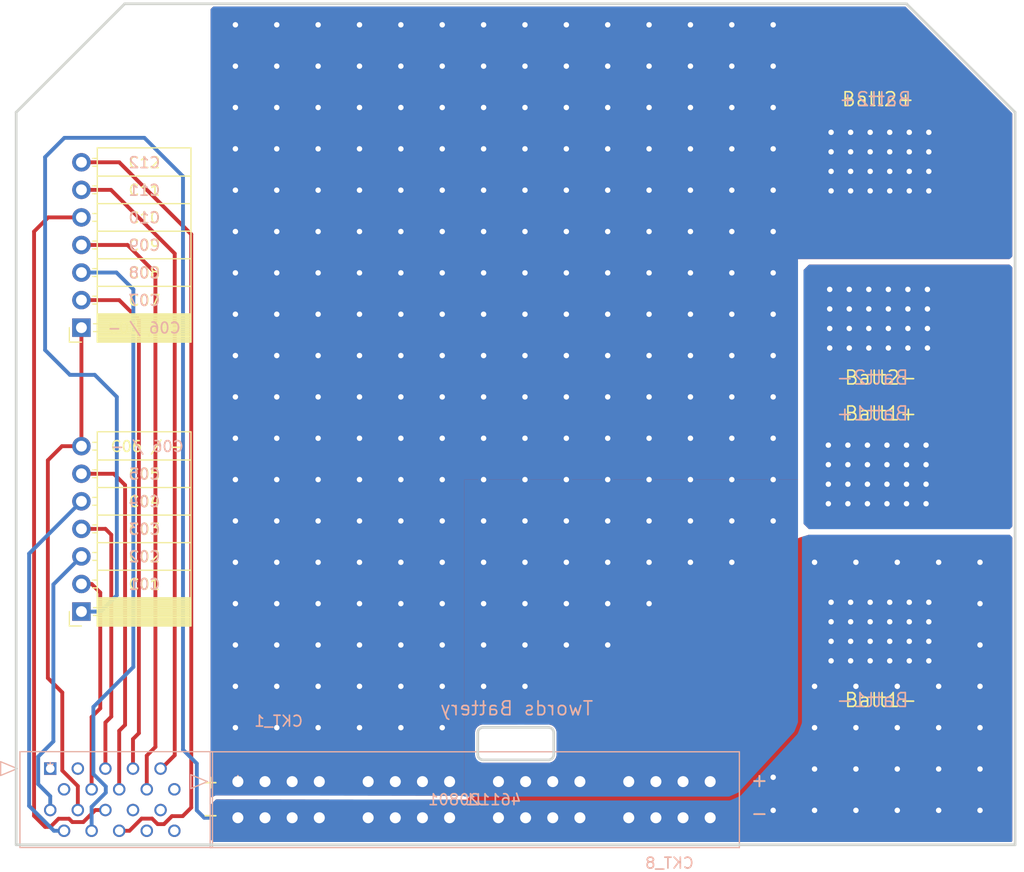
<source format=kicad_pcb>
(kicad_pcb (version 20211014) (generator pcbnew)
  (layers (0 "F.Cu" signal) (31 "B.Cu" signal) (34 "B.Paste" user) (35 "F.Paste" user) (36 "B.SilkS" user "B.Silkscreen") (37 "F.SilkS" user "F.Silkscreen") (38 "B.Mask" user) (39 "F.Mask" user) (44 "Edge.Cuts" user))
  (net 0 "")
  (net 9 "GND")
  (net 10 "/Batt+")
  (net 11 "/C_12")
  (net 12 "/C_10")
  (net 13 "/C_8")
  (net 14 "/Batt2-")
  (net 15 "/C_4")
  (net 16 "/C_2")
  (net 17 "/C_11")
  (net 18 "/C_9")
  (net 19 "/C_7")
  (net 20 "/C_5")
  (net 21 "/C_3")
  (net 22 "/C_1")
  (footprint "Connector_PinSocket_2.54mm:PinSocket_1x07_P2.54mm_Horizontal" (layer "F.Cu") (at 112.311646 109.1898 180)
    (fp_text reference "J8" hide)
    (fp_text value "Conn_01x07_Female" hide)
  )
  (footprint "Connector_PinSocket_2.54mm:PinSocket_1x07_P2.54mm_Horizontal" (layer "F.Cu") (at 112.311646 83.0278 180)
    (fp_text reference "J7" hide)
    (fp_text value "Conn_01x07_Female" hide)
  )
  (footprint "AERPAW:461130201" (layer "B.Cu") (at 109.440104 123.659941 180)
    (fp_text reference "J2" hide)
    (fp_text value "461130201" hide)
  )
  (footprint "AERPAW:8x12 Wire landing" (layer "B.Cu") (at 185.836554 111.006 180)
    (fp_text reference "J6" hide)
    (fp_text value "Conn_01x01_Male")
  )
  (footprint "AERPAW:461120801" (layer "B.Cu") (at 126.72 124.86 180)
    (fp_text reference "J1")
    (fp_text value "461120801")
  )
  (footprint "AERPAW:8x12 Wire landing" (layer "B.Cu") (at 185.836554 82.139333 180)
    (fp_text reference "J5" hide)
    (fp_text value "Conn_01x01_Male")
  )
  (footprint "AERPAW:8x12 Wire landing" (layer "B.Cu") (at 185.836554 67.706 180)
    (fp_text reference "J3" hide)
    (fp_text value "Conn_01x01_Male")
  )
  (footprint "AERPAW:8x12 Wire landing" (layer "B.Cu") (at 185.836554 96.572666 180)
    (fp_text reference "J4" hide)
    (fp_text value "Conn_01x01_Male")
  )
  (gr_line locked (start 148.815323 120.360434) (end 148.815323 122.360434) (layer "Edge.Cuts") (width 0.25))
  (gr_line locked (start 149.315323 122.860434) (end 155.315323 122.860434) (layer "Edge.Cuts") (width 0.25))
  (gr_arc locked (start 155.815323 122.360434) (mid 155.668877 122.713988) (end 155.315323 122.860434) (layer "Edge.Cuts") (width 0.25))
  (gr_line locked (start 188.3 53.180434) (end 116.3 53.180434) (layer "Edge.Cuts") (width 0.25))
  (gr_line locked (start 106.3 63.180434) (end 106.3 130.680434) (layer "Edge.Cuts") (width 0.25))
  (gr_line locked (start 155.815323 122.360434) (end 155.815323 120.360434) (layer "Edge.Cuts") (width 0.25))
  (gr_line locked (start 198.3 130.680434) (end 198.3 63.180434) (layer "Edge.Cuts") (width 0.25))
  (gr_arc locked (start 148.815323 120.360434) (mid 148.96177 120.006881) (end 149.315323 119.860434) (layer "Edge.Cuts") (width 0.25))
  (gr_line locked (start 198.3 63.180434) (end 188.3 53.180434) (layer "Edge.Cuts") (width 0.25))
  (gr_arc locked (start 155.315323 119.860434) (mid 155.668874 120.006882) (end 155.815323 120.360434) (layer "Edge.Cuts") (width 0.25))
  (gr_line locked (start 106.3 130.680434) (end 198.3 130.680434) (layer "Edge.Cuts") (width 0.25))
  (gr_line locked (start 155.315323 119.860434) (end 149.315323 119.860434) (layer "Edge.Cuts") (width 0.25))
  (gr_arc locked (start 149.315323 122.860434) (mid 148.96177 122.713987) (end 148.815323 122.360434) (layer "Edge.Cuts") (width 0.25))
  (gr_line locked (start 116.3 53.180434) (end 106.3 63.180434) (layer "Edge.Cuts") (width 0.25))
  (gr_text "C01" (at 118.11 106.68) (layer "B.SilkS") (effects (font (size 1 1)) (justify mirror)))
  (gr_text "Batt1+" (at 185.166 90.932) (layer "B.SilkS") (effects (font (size 1.27 1.27) (thickness 0.1524)) (justify mirror)))
  (gr_text "-" (at 174.752 127.762) (layer "B.SilkS") (effects (font (size 1.27 1.27) (thickness 0.1524)) (justify mirror)))
  (gr_text "C09" (at 118.11 75.438) (layer "B.SilkS") (effects (font (size 1 1)) (justify mirror)))
  (gr_text "C05" (at 118.11 96.52) (layer "B.SilkS") (effects (font (size 1 1)) (justify mirror)))
  (gr_text "C03" (at 118.11 101.6) (layer "B.SilkS") (effects (font (size 1 1)) (justify mirror)))
  (gr_text "C04" (at 118.11 99.06) (layer "B.SilkS") (effects (font (size 1 1)) (justify mirror)))
  (gr_text "+" (at 174.752 124.714) (layer "B.SilkS") (effects (font (size 1.27 1.27) (thickness 0.1524)) (justify mirror)))
  (gr_text "Twords Battery" (at 152.4 118.11) (layer "B.SilkS") (effects (font (size 1.27 1.27) (thickness 0.1524)) (justify mirror)))
  (gr_text "C11" (at 118.11 70.358) (layer "B.SilkS") (effects (font (size 1 1)) (justify mirror)))
  (gr_text "C07" (at 118.11 80.518) (layer "B.SilkS") (effects (font (size 1 1)) (justify mirror)))
  (gr_text "Batt2+" (at 185.42 61.976) (layer "B.SilkS") (effects (font (size 1.27 1.27) (thickness 0.1524)) (justify mirror)))
  (gr_text "Batt2-" (at 185.166 87.63) (layer "B.SilkS") (effects (font (size 1.27 1.27) (thickness 0.1524)) (justify mirror)))
  (gr_text "C06 / -" (at 118.364 93.98) (layer "B.SilkS") (effects (font (size 1 1)) (justify mirror)))
  (gr_text "C02" (at 118.11 104.14) (layer "B.SilkS") (effects (font (size 1 1)) (justify mirror)))
  (gr_text "C08" (at 118.11 77.978) (layer "B.SilkS") (effects (font (size 1 1)) (justify mirror)))
  (gr_text "Batt1-" (at 185.166 117.348) (layer "B.SilkS") (effects (font (size 1.27 1.27) (thickness 0.1524)) (justify mirror)))
  (gr_text "C12" (at 118.11 67.818) (layer "B.SilkS") (effects (font (size 1 1)) (justify mirror)))
  (gr_text "C10" (at 118.11 72.898) (layer "B.SilkS") (effects (font (size 1 1)) (justify mirror)))
  (gr_text "C06 / -" (at 118.086646 83.05685) (layer "B.SilkS") (effects (font (size 1 1)) (justify mirror)))
  (gr_text "C09" (at 118.11 75.438) (layer "F.SilkS") (effects (font (size 1 1))))
  (gr_text "-" (at 174.752 127.762) (layer "F.SilkS") (effects (font (size 1.27 1.27) (thickness 0.1524))))
  (gr_text "Batt1+" (at 185.928 90.932) (layer "F.SilkS") (effects (font (size 1.27 1.27) (thickness 0.1524))))
  (gr_text "Batt1-" (at 185.928 117.348) (layer "F.SilkS") (effects (font (size 1.27 1.27) (thickness 0.1524))))
  (gr_text "C07" (at 118.11 80.518) (layer "F.SilkS") (effects (font (size 1 1))))
  (gr_text "C10" (at 118.11 72.898) (layer "F.SilkS") (effects (font (size 1 1))))
  (gr_text "C03" (at 118.11 101.6) (layer "F.SilkS") (effects (font (size 1 1))))
  (gr_text "C12" (at 118.11 67.818) (layer "F.SilkS") (effects (font (size 1 1))))
  (gr_text "-" (at 124.206 127.908) (layer "F.SilkS") (effects (font (size 1.27 1.27) (thickness 0.1524))))
  (gr_text "Batt2+" (at 185.674 61.976) (layer "F.SilkS") (effects (font (size 1.27 1.27) (thickness 0.1524))))
  (gr_text "C05" (at 118.11 96.52) (layer "F.SilkS") (effects (font (size 1 1))))
  (gr_text "+" (at 124.206 124.86) (layer "F.SilkS") (effects (font (size 1.27 1.27) (thickness 0.1524))))
  (gr_text "C01" (at 118.11 106.68) (layer "F.SilkS") (effects (font (size 1 1))))
  (gr_text "C02" (at 118.11 104.14) (layer "F.SilkS") (effects (font (size 1 1))))
  (gr_text "+" (at 174.752 124.714) (layer "F.SilkS") (effects (font (size 1.27 1.27) (thickness 0.1524))))
  (gr_text "C11" (at 118.11 70.358) (layer "F.SilkS") (effects (font (size 1 1))))
  (gr_text "C06 / -" (at 118.364 93.98) (layer "F.SilkS") (effects (font (size 1 1))))
  (gr_text "C04" (at 118.11 99.06) (layer "F.SilkS") (effects (font (size 1 1))))
  (gr_text "C06 / -" (at 118.11 83.058) (layer "F.SilkS") (effects (font (size 1 1))))
  (gr_text "C08" (at 118.11 77.978) (layer "F.SilkS") (effects (font (size 1 1))))
  (gr_text "Batt2-" (at 185.928 87.63) (layer "F.SilkS") (effects (font (size 1.27 1.27) (thickness 0.1524))))
  (via (at 183.156 108.331) (size 1) (drill 0.5) (layers "F.Cu" "B.Cu") (net 9))
  (via (at 190.356 108.331) (size 1) (drill 0.5) (layers "F.Cu" "B.Cu") (net 9))
  (via (at 183.642 116.078) (size 1) (drill 0.5) (layers "F.Cu" "B.Cu") (net 9))
  (via (at 195.072 104.648) (size 1) (drill 0.5) (layers "F.Cu" "B.Cu") (net 9))
  (via (at 191.262 119.888) (size 1) (drill 0.5) (layers "F.Cu" "B.Cu") (net 9))
  (via (at 179.832 104.648) (size 1) (drill 0.5) (layers "F.Cu" "B.Cu") (net 9))
  (via (at 183.156 113.731) (size 1) (drill 0.5) (layers "F.Cu" "B.Cu") (net 9))
  (via (at 181.356 113.731) (size 1) (drill 0.5) (layers "F.Cu" "B.Cu") (net 9))
  (via (at 191.262 123.698) (size 1) (drill 0.5) (layers "F.Cu" "B.Cu") (net 9))
  (via (at 187.452 119.888) (size 1) (drill 0.5) (layers "F.Cu" "B.Cu") (net 9))
  (via (at 176.022 127.508) (size 1) (drill 0.5) (layers "F.Cu" "B.Cu") (net 9))
  (via (at 187.452 104.648) (size 1) (drill 0.5) (layers "F.Cu" "B.Cu") (net 9))
  (via (at 181.356 111.931) (size 1) (drill 0.5) (layers "F.Cu" "B.Cu") (net 9))
  (via (at 195.072 123.698) (size 1) (drill 0.5) (layers "F.Cu" "B.Cu") (net 9))
  (via (at 195.072 116.078) (size 1) (drill 0.5) (layers "F.Cu" "B.Cu") (net 9))
  (via (at 183.642 119.888) (size 1) (drill 0.5) (layers "F.Cu" "B.Cu") (net 9))
  (via (at 183.642 127.508) (size 1) (drill 0.5) (layers "F.Cu" "B.Cu") (net 9))
  (via (at 184.956 113.731) (size 1) (drill 0.5) (layers "F.Cu" "B.Cu") (net 9))
  (via (at 188.556 110.131) (size 1) (drill 0.5) (layers "F.Cu" "B.Cu") (net 9))
  (via (at 179.832 116.078) (size 1) (drill 0.5) (layers "F.Cu" "B.Cu") (net 9))
  (via (at 184.956 111.931) (size 1) (drill 0.5) (layers "F.Cu" "B.Cu") (net 9))
  (via (at 184.956 110.131) (size 1) (drill 0.5) (layers "F.Cu" "B.Cu") (net 9))
  (via (at 183.156 111.931) (size 1) (drill 0.5) (layers "F.Cu" "B.Cu") (net 9))
  (via (at 181.356 110.131) (size 1) (drill 0.5) (layers "F.Cu" "B.Cu") (net 9))
  (via (at 187.452 123.698) (size 1) (drill 0.5) (layers "F.Cu" "B.Cu") (net 9))
  (via (at 179.832 119.888) (size 1) (drill 0.5) (layers "F.Cu" "B.Cu") (net 9))
  (via (at 186.756 111.931) (size 1) (drill 0.5) (layers "F.Cu" "B.Cu") (net 9))
  (via (at 195.072 119.888) (size 1) (drill 0.5) (layers "F.Cu" "B.Cu") (net 9))
  (via (at 187.452 127.508) (size 1) (drill 0.5) (layers "F.Cu" "B.Cu") (net 9))
  (via (at 195.072 108.458) (size 1) (drill 0.5) (layers "F.Cu" "B.Cu") (net 9))
  (via (at 190.356 110.131) (size 1) (drill 0.5) (layers "F.Cu" "B.Cu") (net 9))
  (via (at 188.556 113.731) (size 1) (drill 0.5) (layers "F.Cu" "B.Cu") (net 9))
  (via (at 183.642 123.698) (size 1) (drill 0.5) (layers "F.Cu" "B.Cu") (net 9))
  (via (at 176.022 124.46) (size 1) (drill 0.5) (layers "F.Cu" "B.Cu") (net 9))
  (via (at 179.832 127.508) (size 1) (drill 0.5) (layers "F.Cu" "B.Cu") (net 9))
  (via (at 181.356 108.331) (size 1) (drill 0.5) (layers "F.Cu" "B.Cu") (net 9))
  (via (at 186.756 108.331) (size 1) (drill 0.5) (layers "F.Cu" "B.Cu") (net 9))
  (via (at 186.756 113.731) (size 1) (drill 0.5) (layers "F.Cu" "B.Cu") (net 9))
  (via (at 188.556 108.331) (size 1) (drill 0.5) (layers "F.Cu" "B.Cu") (net 9))
  (via (at 187.452 116.078) (size 1) (drill 0.5) (layers "F.Cu" "B.Cu") (net 9))
  (via (at 195.072 127.508) (size 1) (drill 0.5) (layers "F.Cu" "B.Cu") (net 9))
  (via (at 191.262 127.508) (size 1) (drill 0.5) (layers "F.Cu" "B.Cu") (net 9))
  (via (at 188.556 111.931) (size 1) (drill 0.5) (layers "F.Cu" "B.Cu") (net 9))
  (via (at 195.072 112.268) (size 1) (drill 0.5) (layers "F.Cu" "B.Cu") (net 9))
  (via (at 186.756 110.131) (size 1) (drill 0.5) (layers "F.Cu" "B.Cu") (net 9))
  (via (at 183.642 104.648) (size 1) (drill 0.5) (layers "F.Cu" "B.Cu") (net 9))
  (via (at 191.262 116.078) (size 1) (drill 0.5) (layers "F.Cu" "B.Cu") (net 9))
  (via (at 179.832 123.698) (size 1) (drill 0.5) (layers "F.Cu" "B.Cu") (net 9))
  (via (at 190.356 113.731) (size 1) (drill 0.5) (layers "F.Cu" "B.Cu") (net 9))
  (via (at 191.262 104.648) (size 1) (drill 0.5) (layers "F.Cu" "B.Cu") (net 9))
  (via (at 184.956 108.331) (size 1) (drill 0.5) (layers "F.Cu" "B.Cu") (net 9))
  (via (at 190.356 111.931) (size 1) (drill 0.5) (layers "F.Cu" "B.Cu") (net 9))
  (via (at 183.156 110.131) (size 1) (drill 0.5) (layers "F.Cu" "B.Cu") (net 9))
  (segment (start 121.666 69.088) (end 121.666 121.92) (width 0.3556) (layer "B.Cu") (net 9))
  (segment (start 115.57 89.408) (end 113.538 87.376) (width 0.3556) (layer "B.Cu") (net 9))
  (segment (start 110.744 65.532) (end 118.11 65.532) (width 0.3556) (layer "B.Cu") (net 9))
  (segment (start 122.936 123.19) (end 122.936 127.508) (width 0.3556) (layer "B.Cu") (net 9))
  (segment (start 123.617991 128.189991) (end 126.72 128.189991) (width 0.3556) (layer "B.Cu") (net 9))
  (segment (start 108.966 85.09) (end 108.966 67.31) (width 0.3556) (layer "B.Cu") (net 9))
  (segment (start 122.936 127.508) (end 123.617991 128.189991) (width 0.3556) (layer "B.Cu") (net 9))
  (segment (start 113.538 87.376) (end 111.252 87.376) (width 0.3556) (layer "B.Cu") (net 9))
  (segment (start 112.311646 109.1898) (end 114.0762 109.1898) (width 0.3556) (layer "B.Cu") (net 9))
  (segment (start 111.252 87.376) (end 108.966 85.09) (width 0.3556) (layer "B.Cu") (net 9))
  (segment (start 118.11 65.532) (end 121.666 69.088) (width 0.3556) (layer "B.Cu") (net 9))
  (segment (start 115.57 107.696) (end 115.57 89.408) (width 0.3556) (layer "B.Cu") (net 9))
  (segment (start 121.666 121.92) (end 122.936 123.19) (width 0.3556) (layer "B.Cu") (net 9))
  (segment (start 114.0762 109.1898) (end 115.57 107.696) (width 0.3556) (layer "B.Cu") (net 9))
  (segment (start 108.966 67.31) (end 110.744 65.532) (width 0.3556) (layer "B.Cu") (net 9))
  (via (at 145.542 55.118) (size 1) (drill 0.5) (layers "F.Cu" "B.Cu") (net 10))
  (via (at 164.592 77.978) (size 1) (drill 0.5) (layers "F.Cu" "B.Cu") (net 10))
  (via (at 149.352 55.118) (size 1) (drill 0.5) (layers "F.Cu" "B.Cu") (net 10))
  (via (at 126.492 81.788) (size 1) (drill 0.5) (layers "F.Cu" "B.Cu") (net 10))
  (via (at 145.542 85.598) (size 1) (drill 0.5) (layers "F.Cu" "B.Cu") (net 10))
  (via (at 164.592 70.358) (size 1) (drill 0.5) (layers "F.Cu" "B.Cu") (net 10))
  (via (at 137.922 104.648) (size 1) (drill 0.5) (layers "F.Cu" "B.Cu") (net 10))
  (via (at 137.922 58.928) (size 1) (drill 0.5) (layers "F.Cu" "B.Cu") (net 10))
  (via (at 153.162 108.458) (size 1) (drill 0.5) (layers "F.Cu" "B.Cu") (net 10))
  (via (at 149.352 77.978) (size 1) (drill 0.5) (layers "F.Cu" "B.Cu") (net 10))
  (via (at 186.756 65.024) (size 1) (drill 0.5) (layers "F.Cu" "B.Cu") (net 10))
  (via (at 149.352 85.598) (size 1) (drill 0.5) (layers "F.Cu" "B.Cu") (net 10))
  (via (at 126.492 85.598) (size 1) (drill 0.5) (layers "F.Cu" "B.Cu") (net 10))
  (via (at 126.492 97.028) (size 1) (drill 0.5) (layers "F.Cu" "B.Cu") (net 10))
  (via (at 156.972 66.548) (size 1) (drill 0.5) (layers "F.Cu" "B.Cu") (net 10))
  (via (at 186.756 66.824) (size 1) (drill 0.5) (layers "F.Cu" "B.Cu") (net 10))
  (via (at 160.782 66.548) (size 1) (drill 0.5) (layers "F.Cu" "B.Cu") (net 10))
  (via (at 149.352 66.548) (size 1) (drill 0.5) (layers "F.Cu" "B.Cu") (net 10))
  (via (at 183.156 66.824) (size 1) (drill 0.5) (layers "F.Cu" "B.Cu") (net 10))
  (via (at 145.542 97.028) (size 1) (drill 0.5) (layers "F.Cu" "B.Cu") (net 10))
  (via (at 153.162 97.028) (size 1) (drill 0.5) (layers "F.Cu" "B.Cu") (net 10))
  (via (at 137.922 119.888) (size 1) (drill 0.5) (layers "F.Cu" "B.Cu") (net 10))
  (via (at 134.112 119.888) (size 1) (drill 0.5) (layers "F.Cu" "B.Cu") (net 10))
  (via (at 130.302 93.218) (size 1) (drill 0.5) (layers "F.Cu" "B.Cu") (net 10))
  (via (at 190.356 66.824) (size 1) (drill 0.5) (layers "F.Cu" "B.Cu") (net 10))
  (via (at 130.302 104.648) (size 1) (drill 0.5) (layers "F.Cu" "B.Cu") (net 10))
  (via (at 156.972 89.408) (size 1) (drill 0.5) (layers "F.Cu" "B.Cu") (net 10))
  (via (at 141.732 58.928) (size 1) (drill 0.5) (layers "F.Cu" "B.Cu") (net 10))
  (via (at 176.022 77.978) (size 1) (drill 0.5) (layers "F.Cu" "B.Cu") (net 10))
  (via (at 156.972 81.788) (size 1) (drill 0.5) (layers "F.Cu" "B.Cu") (net 10))
  (via (at 153.162 100.838) (size 1) (drill 0.5) (layers "F.Cu" "B.Cu") (net 10))
  (via (at 141.732 89.408) (size 1) (drill 0.5) (layers "F.Cu" "B.Cu") (net 10))
  (via (at 134.112 70.358) (size 1) (drill 0.5) (layers "F.Cu" "B.Cu") (net 10))
  (via (at 134.112 89.408) (size 1) (drill 0.5) (layers "F.Cu" "B.Cu") (net 10))
  (via (at 134.112 112.268) (size 1) (drill 0.5) (layers "F.Cu" "B.Cu") (net 10))
  (via (at 130.302 74.168) (size 1) (drill 0.5) (layers "F.Cu" "B.Cu") (net 10))
  (via (at 183.156 65.024) (size 1) (drill 0.5) (layers "F.Cu" "B.Cu") (net 10))
  (via (at 181.356 65.024) (size 1) (drill 0.5) (layers "F.Cu" "B.Cu") (net 10))
  (via (at 141.732 66.548) (size 1) (drill 0.5) (layers "F.Cu" "B.Cu") (net 10))
  (via (at 168.402 89.408) (size 1) (drill 0.5) (layers "F.Cu" "B.Cu") (net 10))
  (via (at 176.022 100.838) (size 1) (drill 0.5) (layers "F.Cu" "B.Cu") (net 10))
  (via (at 172.212 104.648) (size 1) (drill 0.5) (layers "F.Cu" "B.Cu") (net 10))
  (via (at 134.112 108.458) (size 1) (drill 0.5) (layers "F.Cu" "B.Cu") (net 10))
  (via (at 130.302 116.078) (size 1) (drill 0.5) (layers "F.Cu" "B.Cu") (net 10))
  (via (at 153.162 89.408) (size 1) (drill 0.5) (layers "F.Cu" "B.Cu") (net 10))
  (via (at 145.542 66.548) (size 1) (drill 0.5) (layers "F.Cu" "B.Cu") (net 10))
  (via (at 141.732 104.648) (size 1) (drill 0.5) (layers "F.Cu" "B.Cu") (net 10))
  (via (at 145.542 93.218) (size 1) (drill 0.5) (layers "F.Cu" "B.Cu") (net 10))
  (via (at 134.112 81.788) (size 1) (drill 0.5) (layers "F.Cu" "B.Cu") (net 10))
  (via (at 126.492 62.738) (size 1) (drill 0.5) (layers "F.Cu" "B.Cu") (net 10))
  (via (at 149.352 116.078) (size 1) (drill 0.5) (layers "F.Cu" "B.Cu") (net 10))
  (via (at 134.112 85.598) (size 1) (drill 0.5) (layers "F.Cu" "B.Cu") (net 10))
  (via (at 181.356 70.424) (size 1) (drill 0.5) (layers "F.Cu" "B.Cu") (net 10))
  (via (at 141.732 97.028) (size 1) (drill 0.5) (layers "F.Cu" "B.Cu") (net 10))
  (via (at 145.542 112.268) (size 1) (drill 0.5) (layers "F.Cu" "B.Cu") (net 10))
  (via (at 186.756 68.624) (size 1) (drill 0.5) (layers "F.Cu" "B.Cu") (net 10))
  (via (at 137.922 97.028) (size 1) (drill 0.5) (layers "F.Cu" "B.Cu") (net 10))
  (via (at 160.782 55.118) (size 1) (drill 0.5) (layers "F.Cu" "B.Cu") (net 10))
  (via (at 160.782 85.598) (size 1) (drill 0.5) (layers "F.Cu" "B.Cu") (net 10))
  (via (at 156.972 58.928) (size 1) (drill 0.5) (layers "F.Cu" "B.Cu") (net 10))
  (via (at 172.212 66.548) (size 1) (drill 0.5) (layers "F.Cu" "B.Cu") (net 10))
  (via (at 153.162 116.078) (size 1) (drill 0.5) (layers "F.Cu" "B.Cu") (net 10))
  (via (at 164.592 97.028) (size 1) (drill 0.5) (layers "F.Cu" "B.Cu") (net 10))
  (via (at 184.956 70.424) (size 1) (drill 0.5) (layers "F.Cu" "B.Cu") (net 10))
  (via (at 130.302 97.028) (size 1) (drill 0.5) (layers "F.Cu" "B.Cu") (net 10))
  (via (at 149.352 112.268) (size 1) (drill 0.5) (layers "F.Cu" "B.Cu") (net 10))
  (via (at 168.402 77.978) (size 1) (drill 0.5) (layers "F.Cu" "B.Cu") (net 10))
  (via (at 160.782 108.458) (size 1) (drill 0.5) (layers "F.Cu" "B.Cu") (net 10))
  (via (at 160.782 74.168) (size 1) (drill 0.5) (layers "F.Cu" "B.Cu") (net 10))
  (via (at 145.542 116.078) (size 1) (drill 0.5) (layers "F.Cu" "B.Cu") (net 10))
  (via (at 176.022 97.028) (size 1) (drill 0.5) (layers "F.Cu" "B.Cu") (net 10))
  (via (at 145.542 108.458) (size 1) (drill 0.5) (layers "F.Cu" "B.Cu") (net 10))
  (via (at 130.302 89.408) (size 1) (drill 0.5) (layers "F.Cu" "B.Cu") (net 10))
  (via (at 153.162 77.978) (size 1) (drill 0.5) (layers "F.Cu" "B.Cu") (net 10))
  (via (at 149.352 93.218) (size 1) (drill 0.5) (layers "F.Cu" "B.Cu") (net 10))
  (via (at 176.022 70.358) (size 1) (drill 0.5) (layers "F.Cu" "B.Cu") (net 10))
  (via (at 156.972 108.458) (size 1) (drill 0.5) (layers "F.Cu" "B.Cu") (net 10))
  (via (at 141.732 74.168) (size 1) (drill 0.5) (layers "F.Cu" "B.Cu") (net 10))
  (via (at 164.592 74.168) (size 1) (drill 0.5) (layers "F.Cu" "B.Cu") (net 10))
  (via (at 184.956 66.824) (size 1) (drill 0.5) (layers "F.Cu" "B.Cu") (net 10))
  (via (at 141.732 62.738) (size 1) (drill 0.5) (layers "F.Cu" "B.Cu") (net 10))
  (via (at 153.162 81.788) (size 1) (drill 0.5) (layers "F.Cu" "B.Cu") (net 10))
  (via (at 145.542 100.838) (size 1) (drill 0.5) (layers "F.Cu" "B.Cu") (net 10))
  (via (at 137.922 74.168) (size 1) (drill 0.5) (layers "F.Cu" "B.Cu") (net 10))
  (via (at 181.356 66.824) (size 1) (drill 0.5) (layers "F.Cu" "B.Cu") (net 10))
  (via (at 164.592 93.218) (size 1) (drill 0.5) (layers "F.Cu" "B.Cu") (net 10))
  (via (at 168.402 55.118) (size 1) (drill 0.5) (layers "F.Cu" "B.Cu") (net 10))
  (via (at 153.162 85.598) (size 1) (drill 0.5) (layers "F.Cu" "B.Cu") (net 10))
  (via (at 137.922 89.408) (size 1) (drill 0.5) (layers "F.Cu" "B.Cu") (net 10))
  (via (at 184.956 65.024) (size 1) (drill 0.5) (layers "F.Cu" "B.Cu") (net 10))
  (via (at 141.732 112.268) (size 1) (drill 0.5) (layers "F.Cu" "B.Cu") (net 10))
  (via (at 160.782 100.838) (size 1) (drill 0.5) (layers "F.Cu" "B.Cu") (net 10))
  (via (at 137.922 93.218) (size 1) (drill 0.5) (layers "F.Cu" "B.Cu") (net 10))
  (via (at 172.212 97.028) (size 1) (drill 0.5) (layers "F.Cu" "B.Cu") (net 10))
  (via (at 153.162 66.548) (size 1) (drill 0.5) (layers "F.Cu" "B.Cu") (net 10))
  (via (at 126.492 89.408) (size 1) (drill 0.5) (layers "F.Cu" "B.Cu") (net 10))
  (via (at 153.162 93.218) (size 1) (drill 0.5) (layers "F.Cu" "B.Cu") (net 10))
  (via (at 164.592 85.598) (size 1) (drill 0.5) (layers "F.Cu" "B.Cu") (net 10))
  (via (at 172.212 85.598) (size 1) (drill 0.5) (layers "F.Cu" "B.Cu") (net 10))
  (via (at 141.732 70.358) (size 1) (drill 0.5) (layers "F.Cu" "B.Cu") (net 10))
  (via (at 160.782 81.788) (size 1) (drill 0.5) (layers "F.Cu" "B.Cu") (net 10))
  (via (at 145.542 58.928) (size 1) (drill 0.5) (layers "F.Cu" "B.Cu") (net 10))
  (via (at 153.162 74.168) (size 1) (drill 0.5) (layers "F.Cu" "B.Cu") (net 10))
  (via (at 126.492 77.978) (size 1) (drill 0.5) (layers "F.Cu" "B.Cu") (net 10))
  (via (at 160.782 112.268) (size 1) (drill 0.5) (layers "F.Cu" "B.Cu") (net 10))
  (via (at 130.302 108.458) (size 1) (drill 0.5) (layers "F.Cu" "B.Cu") (net 10))
  (via (at 160.782 89.408) (size 1) (drill 0.5) (layers "F.Cu" "B.Cu") (net 10))
  (via (at 130.302 55.118) (size 1) (drill 0.5) (layers "F.Cu" "B.Cu") (net 10))
  (via (at 176.022 85.598) (size 1) (drill 0.5) (layers "F.Cu" "B.Cu") (net 10))
  (via (at 126.492 100.838) (size 1) (drill 0.5) (layers "F.Cu" "B.Cu") (net 10))
  (via (at 130.302 100.838) (size 1) (drill 0.5) (layers "F.Cu" "B.Cu") (net 10))
  (via (at 137.922 116.078) (size 1) (drill 0.5) (layers "F.Cu" "B.Cu") (net 10))
  (via (at 126.492 108.458) (size 1) (drill 0.5) (layers "F.Cu" "B.Cu") (net 10))
  (via (at 190.356 68.624) (size 1) (drill 0.5) (layers "F.Cu" "B.Cu") (net 10))
  (via (at 145.542 104.648) (size 1) (drill 0.5) (layers "F.Cu" "B.Cu") (net 10))
  (via (at 156.972 97.028) (size 1) (drill 0.5) (layers "F.Cu" "B.Cu") (net 10))
  (via (at 156.972 55.118) (size 1) (drill 0.5) (layers "F.Cu" "B.Cu") (net 10))
  (via (at 126.492 104.648) (size 1) (drill 0.5) (layers "F.Cu" "B.Cu") (net 10))
  (via (at 176.022 55.118) (size 1) (drill 0.5) (layers "F.Cu" "B.Cu") (net 10))
  (via (at 176.022 62.738) (size 1) (drill 0.5) (layers "F.Cu" "B.Cu") (net 10))
  (via (at 134.112 58.928) (size 1) (drill 0.5) (layers "F.Cu" "B.Cu") (net 10))
  (via (at 145.542 89.408) (size 1) (drill 0.5) (layers "F.Cu" "B.Cu") (net 10))
  (via (at 134.112 97.028) (size 1) (drill 0.5) (layers "F.Cu" "B.Cu") (net 10))
  (via (at 156.972 85.598) (size 1) (drill 0.5) (layers "F.Cu" "B.Cu") (net 10))
  (via (at 137.922 77.978) (size 1) (drill 0.5) (layers "F.Cu" "B.Cu") (net 10))
  (via (at 156.972 77.978) (size 1) (drill 0.5) (layers "F.Cu" "B.Cu") (net 10))
  (via (at 184.956 68.624) (size 1) (drill 0.5) (layers "F.Cu" "B.Cu") (net 10))
  (via (at 130.302 62.738) (size 1) (drill 0.5) (layers "F.Cu" "B.Cu") (net 10))
  (via (at 172.212 77.978) (size 1) (drill 0.5) (layers "F.Cu" "B.Cu") (net 10))
  (via (at 130.302 119.888) (size 1) (drill 0.5) (layers "F.Cu" "B.Cu") (net 10))
  (via (at 153.162 70.358) (size 1) (drill 0.5) (layers "F.Cu" "B.Cu") (net 10))
  (via (at 188.556 68.624) (size 1) (drill 0.5) (layers "F.Cu" "B.Cu") (net 10))
  (via (at 153.162 55.118) (size 1) (drill 0.5) (layers "F.Cu" "B.Cu") (net 10))
  (via (at 126.492 112.268) (size 1) (drill 0.5) (layers "F.Cu" "B.Cu") (net 10))
  (via (at 134.112 62.738) (size 1) (drill 0.5) (layers "F.Cu" "B.Cu") (net 10))
  (via (at 149.352 89.408) (size 1) (drill 0.5) (layers "F.Cu" "B.Cu") (net 10))
  (via (at 149.352 74.168) (size 1) (drill 0.5) (layers "F.Cu" "B.Cu") (net 10))
  (via (at 172.212 89.408) (size 1) (drill 0.5) (layers "F.Cu" "B.Cu") (net 10))
  (via (at 141.732 81.788) (size 1) (drill 0.5) (layers "F.Cu" "B.Cu") (net 10))
  (via (at 168.402 58.928) (size 1) (drill 0.5) (layers "F.Cu" "B.Cu") (net 10))
  (via (at 145.542 81.788) (size 1) (drill 0.5) (layers "F.Cu" "B.Cu") (net 10))
  (via (at 126.492 58.928) (size 1) (drill 0.5) (layers "F.Cu" "B.Cu") (net 10))
  (via (at 149.352 104.648) (size 1) (drill 0.5) (layers "F.Cu" "B.Cu") (net 10))
  (via (at 164.592 62.738) (size 1) (drill 0.5) (layers "F.Cu" "B.Cu") (net 10))
  (via (at 164.592 89.408) (size 1) (drill 0.5) (layers "F.Cu" "B.Cu") (net 10))
  (via (at 156.972 70.358) (size 1) (drill 0.5) (layers "F.Cu" "B.Cu") (net 10))
  (via (at 134.112 66.548) (size 1) (drill 0.5) (layers "F.Cu" "B.Cu") (net 10))
  (via (at 137.922 112.268) (size 1) (drill 0.5) (layers "F.Cu" "B.Cu") (net 10))
  (via (at 137.922 66.548) (size 1) (drill 0.5) (layers "F.Cu" "B.Cu") (net 10))
  (via (at 183.156 70.424) (size 1) (drill 0.5) (layers "F.Cu" "B.Cu") (net 10))
  (via (at 160.782 77.978) (size 1) (drill 0.5) (layers "F.Cu" "B.Cu") (net 10))
  (via (at 130.302 85.598) (size 1) (drill 0.5) (layers "F.Cu" "B.Cu") (net 10))
  (via (at 186.756 70.424) (size 1) (drill 0.5) (layers "F.Cu" "B.Cu") (net 10))
  (via (at 176.022 58.928) (size 1) (drill 0.5) (layers "F.Cu" "B.Cu") (net 10))
  (via (at 176.022 66.548) (size 1) (drill 0.5) (layers "F.Cu" "B.Cu") (net 10))
  (via (at 156.972 93.218) (size 1) (drill 0.5) (layers "F.Cu" "B.Cu") (net 10))
  (via (at 137.922 108.458) (size 1) (drill 0.5) (layers "F.Cu" "B.Cu") (net 10))
  (via (at 160.782 58.928) (size 1) (drill 0.5) (layers "F.Cu" "B.Cu") (net 10))
  (via (at 141.732 85.598) (size 1) (drill 0.5) (layers "F.Cu" "B.Cu") (net 10))
  (via (at 141.732 55.118) (size 1) (drill 0.5) (layers "F.Cu" "B.Cu") (net 10))
  (via (at 164.592 104.648) (size 1) (drill 0.5) (layers "F.Cu" "B.Cu") (net 10))
  (via (at 168.402 100.838) (size 1) (drill 0.5) (layers "F.Cu" "B.Cu") (net 10))
  (via (at 172.212 81.788) (size 1) (drill 0.5) (layers "F.Cu" "B.Cu") (net 10))
  (via (at 134.112 100.838) (size 1) (drill 0.5) (layers "F.Cu" "B.Cu") (net 10))
  (via (at 190.356 70.424) (size 1) (drill 0.5) (layers "F.Cu" "B.Cu") (net 10))
  (via (at 141.732 77.978) (size 1) (drill 0.5) (layers "F.Cu" "B.Cu") (net 10))
  (via (at 156.972 62.738) (size 1) (drill 0.5) (layers "F.Cu" "B.Cu") (net 10))
  (via (at 134.112 55.118) (size 1) (drill 0.5) (layers "F.Cu" "B.Cu") (net 10))
  (via (at 172.212 55.118) (size 1) (drill 0.5) (layers "F.Cu" "B.Cu") (net 10))
  (via (at 168.402 104.648) (size 1) (drill 0.5) (layers "F.Cu" "B.Cu") (net 10))
  (via (at 160.782 93.218) (size 1) (drill 0.5) (layers "F.Cu" "B.Cu") (net 10))
  (via (at 145.542 74.168) (size 1) (drill 0.5) (layers "F.Cu" "B.Cu") (net 10))
  (via (at 176.022 74.168) (size 1) (drill 0.5) (layers "F.Cu" "B.Cu") (net 10))
  (via (at 149.352 62.738) (size 1) (drill 0.5) (layers "F.Cu" "B.Cu") (net 10))
  (via (at 149.352 81.788) (size 1) (drill 0.5) (layers "F.Cu" "B.Cu") (net 10))
  (via (at 190.356 65.024) (size 1) (drill 0.5) (layers "F.Cu" "B.Cu") (net 10))
  (via (at 141.732 93.218) (size 1) (drill 0.5) (layers "F.Cu" "B.Cu") (net 10))
  (via (at 160.782 97.028) (size 1) (drill 0.5) (layers "F.Cu" "B.Cu") (net 10))
  (via (at 172.212 74.168) (size 1) (drill 0.5) (layers "F.Cu" "B.Cu") (net 10))
  (via (at 156.972 74.168) (size 1) (drill 0.5) (layers "F.Cu" "B.Cu") (net 10))
  (via (at 156.972 100.838) (size 1) (drill 0.5) (layers "F.Cu" "B.Cu") (net 10))
  (via (at 145.542 119.888) (size 1) (drill 0.5) (layers "F.Cu" "B.Cu") (net 10))
  (via (at 145.542 62.738) (size 1) (drill 0.5) (layers "F.Cu" "B.Cu") (net 10))
  (via (at 126.492 55.118) (size 1) (drill 0.5) (layers "F.Cu" "B.Cu") (net 10))
  (via (at 172.212 62.738) (size 1) (drill 0.5) (layers "F.Cu" "B.Cu") (net 10))
  (via (at 188.556 66.824) (size 1) (drill 0.5) (layers "F.Cu" "B.Cu") (net 10))
  (via (at 172.212 58.928) (size 1) (drill 0.5) (layers "F.Cu" "B.Cu") (net 10))
  (via (at 172.212 100.838) (size 1) (drill 0.5) (layers "F.Cu" "B.Cu") (net 10))
  (via (at 126.492 93.218) (size 1) (drill 0.5) (layers "F.Cu" "B.Cu") (net 10))
  (via (at 141.732 116.078) (size 1) (drill 0.5) (layers "F.Cu" "B.Cu") (net 10))
  (via (at 153.162 112.268) (size 1) (drill 0.5) (layers "F.Cu" "B.Cu") (net 10))
  (via (at 130.302 81.788) (size 1) (drill 0.5) (layers "F.Cu" "B.Cu") (net 10))
  (via (at 137.922 85.598) (size 1) (drill 0.5) (layers "F.Cu" "B.Cu") (net 10))
  (via (at 126.492 70.358) (size 1) (drill 0.5) (layers "F.Cu" "B.Cu") (net 10))
  (via (at 181.356 68.624) (size 1) (drill 0.5) (layers "F.Cu" "B.Cu") (net 10))
  (via (at 164.592 108.458) (size 1) (drill 0.5) (layers "F.Cu" "B.Cu") (net 10))
  (via (at 145.542 77.978) (size 1) (drill 0.5) (layers "F.Cu" "B.Cu") (net 10))
  (via (at 126.492 116.078) (size 1) (drill 0.5) (layers "F.Cu" "B.Cu") (net 10))
  (via (at 153.162 62.738) (size 1) (drill 0.5) (layers "F.Cu" "B.Cu") (net 10))
  (via (at 134.112 74.168) (size 1) (drill 0.5) (layers "F.Cu" "B.Cu") (net 10))
  (via (at 168.402 81.788) (size 1) (drill 0.5) (layers "F.Cu" "B.Cu") (net 10))
  (via (at 168.402 85.598) (size 1) (drill 0.5) (layers "F.Cu" "B.Cu") (net 10))
  (via (at 134.112 77.978) (size 1) (drill 0.5) (layers "F.Cu" "B.Cu") (net 10))
  (via (at 130.302 77.978) (size 1) (drill 0.5) (layers "F.Cu" "B.Cu") (net 10))
  (via (at 188.556 70.424) (size 1) (drill 0.5) (layers "F.Cu" "B.Cu") (net 10))
  (via (at 164.592 55.118) (size 1) (drill 0.5) (layers "F.Cu" "B.Cu") (net 10))
  (via (at 130.302 58.928) (size 1) (drill 0.5) (layers "F.Cu" "B.Cu") (net 10))
  (via (at 168.402 74.168) (size 1) (drill 0.5) (layers "F.Cu" "B.Cu") (net 10))
  (via (at 134.112 93.218) (size 1) (drill 0.5) (layers "F.Cu" "B.Cu") (net 10))
  (via (at 137.922 100.838) (size 1) (drill 0.5) (layers "F.Cu" "B.Cu") (net 10))
  (via (at 172.212 70.358) (size 1) (drill 0.5) (layers "F.Cu" "B.Cu") (net 10))
  (via (at 176.022 93.218) (size 1) (drill 0.5) (layers "F.Cu" "B.Cu") (net 10))
  (via (at 126.492 74.168) (size 1) (drill 0.5) (layers "F.Cu" "B.Cu") (net 10))
  (via (at 137.922 55.118) (size 1) (drill 0.5) (layers "F.Cu" "B.Cu") (net 10))
  (via (at 164.592 81.788) (size 1) (drill 0.5) (layers "F.Cu" "B.Cu") (net 10))
  (via (at 164.592 58.928) (size 1) (drill 0.5) (layers "F.Cu" "B.Cu") (net 10))
  (via (at 153.162 58.928) (size 1) (drill 0.5) (layers "F.Cu" "B.Cu") (net 10))
  (via (at 168.402 62.738) (size 1) (drill 0.5) (layers "F.Cu" "B.Cu") (net 10))
  (via (at 137.922 81.788) (size 1) (drill 0.5) (layers "F.Cu" "B.Cu") (net 10))
  (via (at 176.022 89.408) (size 1) (drill 0.5) (layers "F.Cu" "B.Cu") (net 10))
  (via (at 149.352 97.028) (size 1) (drill 0.5) (layers "F.Cu" "B.Cu") (net 10))
  (via (at 134.112 104.648) (size 1) (drill 0.5) (layers "F.Cu" "B.Cu") (net 10))
  (via (at 126.492 119.888) (size 1) (drill 0.5) (layers "F.Cu" "B.Cu") (net 10))
  (via (at 168.402 66.548) (size 1) (drill 0.5) (layers "F.Cu" "B.Cu") (net 10))
  (via (at 156.972 112.268) (size 1) (drill 0.5) (layers "F.Cu" "B.Cu") (net 10))
  (via (at 172.212 93.218) (size 1) (drill 0.5) (layers "F.Cu" "B.Cu") (net 10))
  (via (at 183.156 68.624) (size 1) (drill 0.5) (layers "F.Cu" "B.Cu") (net 10))
  (via (at 164.592 100.838) (size 1) (drill 0.5) (layers "F.Cu" "B.Cu") (net 10))
  (via (at 160.782 62.738) (size 1) (drill 0.5) (layers "F.Cu" "B.Cu") (net 10))
  (via (at 145.542 70.358) (size 1) (drill 0.5) (layers "F.Cu" "B.Cu") (net 10))
  (via (at 156.972 104.648) (size 1) (drill 0.5) (layers "F.Cu" "B.Cu") (net 10))
  (via (at 134.112 116.078) (size 1) (drill 0.5) (layers "F.Cu" "B.Cu") (net 10))
  (via (at 130.302 112.268) (size 1) (drill 0.5) (layers "F.Cu" "B.Cu") (net 10))
  (via (at 153.162 104.648) (size 1) (drill 0.5) (layers "F.Cu" "B.Cu") (net 10))
  (via (at 168.402 70.358) (size 1) (drill 0.5) (layers "F.Cu" "B.Cu") (net 10))
  (via (at 126.492 66.548) (size 1) (drill 0.5) (layers "F.Cu" "B.Cu") (net 10))
  (via (at 149.352 108.458) (size 1) (drill 0.5) (layers "F.Cu" "B.Cu") (net 10))
  (via (at 141.732 100.838) (size 1) (drill 0.5) (layers "F.Cu" "B.Cu") (net 10))
  (via (at 149.352 70.358) (size 1) (drill 0.5) (layers "F.Cu" "B.Cu") (net 10))
  (via (at 130.302 70.358) (size 1) (drill 0.5) (layers "F.Cu" "B.Cu") (net 10))
  (via (at 141.732 108.458) (size 1) (drill 0.5) (layers "F.Cu" "B.Cu") (net 10))
  (via (at 176.022 81.788) (size 1) (drill 0.5) (layers "F.Cu" "B.Cu") (net 10))
  (via (at 168.402 97.028) (size 1) (drill 0.5) (layers "F.Cu" "B.Cu") (net 10))
  (via (at 164.592 66.548) (size 1) (drill 0.5) (layers "F.Cu" "B.Cu") (net 10))
  (via (at 149.352 100.838) (size 1) (drill 0.5) (layers "F.Cu" "B.Cu") (net 10))
  (via (at 137.922 62.738) (size 1) (drill 0.5) (layers "F.Cu" "B.Cu") (net 10))
  (via (at 141.732 119.888) (size 1) (drill 0.5) (layers "F.Cu" "B.Cu") (net 10))
  (via (at 168.402 93.218) (size 1) (drill 0.5) (layers "F.Cu" "B.Cu") (net 10))
  (via (at 130.302 66.548) (size 1) (drill 0.5) (layers "F.Cu" "B.Cu") (net 10))
  (via (at 188.556 65.024) (size 1) (drill 0.5) (layers "F.Cu" "B.Cu") (net 10))
  (via (at 160.782 70.358) (size 1) (drill 0.5) (layers "F.Cu" "B.Cu") (net 10))
  (via (at 149.352 58.928) (size 1) (drill 0.5) (layers "F.Cu" "B.Cu") (net 10))
  (via (at 137.922 70.358) (size 1) (drill 0.5) (layers "F.Cu" "B.Cu") (net 10))
  (via (at 160.782 104.648) (size 1) (drill 0.5) (layers "F.Cu" "B.Cu") (net 10))
  (segment (start 116.736055 129.389945) (end 117.856 128.27) (width 0.3556) (layer "F.Cu") (net 11))
  (segment (start 120.65 128.042529) (end 121.639471 128.042529) (width 0.3556) (layer "F.Cu") (net 11))
  (segment (start 118.822643 128.27) (end 119.330643 128.778) (width 0.3556) (layer "F.Cu") (net 11))
  (segment (start 122.428 74.422) (end 115.7938 67.7878) (width 0.3556) (layer "F.Cu") (net 11))
  (segment (start 117.856 128.27) (end 118.822643 128.27) (width 0.3556) (layer "F.Cu") (net 11))
  (segment (start 122.428 127.254) (end 122.428 74.422) (width 0.3556) (layer "F.Cu") (net 11))
  (segment (start 115.7938 67.7878) (end 112.311646 67.7878) (width 0.3556) (layer "F.Cu") (net 11))
  (segment (start 115.790104 129.389945) (end 116.736055 129.389945) (width 0.3556) (layer "F.Cu") (net 11))
  (segment (start 119.914529 128.778) (end 120.65 128.042529) (width 0.3556) (layer "F.Cu") (net 11))
  (segment (start 119.330643 128.778) (end 119.914529 128.778) (width 0.3556) (layer "F.Cu") (net 11))
  (segment (start 121.639471 128.042529) (end 122.428 127.254) (width 0.3556) (layer "F.Cu") (net 11))
  (segment (start 107.95 128.016) (end 108.966 129.032) (width 0.3556) (layer "F.Cu") (net 12))
  (segment (start 110.206015 128.281545) (end 111.169219 128.281545) (width 0.3556) (layer "F.Cu") (net 12))
  (segment (start 108.966 129.032) (end 109.45556 129.032) (width 0.3556) (layer "F.Cu") (net 12))
  (segment (start 113.592588 127.479946) (end 114.520104 127.479946) (width 0.3556) (layer "F.Cu") (net 12))
  (segment (start 109.2502 72.8678) (end 107.95 74.168) (width 0.3556) (layer "F.Cu") (net 12))
  (segment (start 112.484188 128.588346) (end 113.592588 127.479946) (width 0.3556) (layer "F.Cu") (net 12))
  (segment (start 109.45556 129.032) (end 110.206015 128.281545) (width 0.3556) (layer "F.Cu") (net 12))
  (segment (start 112.311646 72.8678) (end 109.2502 72.8678) (width 0.3556) (layer "F.Cu") (net 12))
  (segment (start 111.169219 128.281545) (end 111.47602 128.588346) (width 0.3556) (layer "F.Cu") (net 12))
  (segment (start 107.95 74.168) (end 107.95 128.016) (width 0.3556) (layer "F.Cu") (net 12))
  (segment (start 111.47602 128.588346) (end 112.484188 128.588346) (width 0.3556) (layer "F.Cu") (net 12))
  (segment (start 113.411704 117.982296) (end 117.094 114.3) (width 0.3556) (layer "B.Cu") (net 13))
  (segment (start 117.094 114.3) (end 117.094 79.502) (width 0.3556) (layer "B.Cu") (net 13))
  (segment (start 115.5398 77.9478) (end 112.311646 77.9478) (width 0.3556) (layer "B.Cu") (net 13))
  (segment (start 113.250104 127.182431) (end 114.554 125.878535) (width 0.3556) (layer "B.Cu") (net 13))
  (segment (start 113.411704 124.16403) (end 113.411704 117.982296) (width 0.3556) (layer "B.Cu") (net 13))
  (segment (start 117.094 79.502) (end 115.5398 77.9478) (width 0.3556) (layer "B.Cu") (net 13))
  (segment (start 114.554 125.306326) (end 113.411704 124.16403) (width 0.3556) (layer "B.Cu") (net 13))
  (segment (start 114.554 125.878535) (end 114.554 125.306326) (width 0.3556) (layer "B.Cu") (net 13))
  (segment (start 113.250104 129.389945) (end 113.250104 127.182431) (width 0.3556) (layer "B.Cu") (net 13))
  (segment (start 110.548504 123.84083) (end 110.548504 116.644504) (width 0.3556) (layer "F.Cu") (net 14))
  (segment (start 110.548504 116.644504) (end 109.22 115.316) (width 0.3556) (layer "F.Cu") (net 14))
  (segment (start 111.980104 125.27243) (end 110.548504 123.84083) (width 0.3556) (layer "F.Cu") (net 14))
  (segment (start 109.22 95.25) (end 110.5202 93.9498) (width 0.3556) (layer "F.Cu") (net 14))
  (segment (start 110.5202 93.9498) (end 112.311646 93.9498) (width 0.3556) (layer "F.Cu") (net 14))
  (segment (start 111.980104 127.479946) (end 111.980104 125.27243) (width 0.3556) (layer "F.Cu") (net 14))
  (segment (start 109.22 115.316) (end 109.22 95.25) (width 0.3556) (layer "F.Cu") (net 14))
  (segment (start 112.311646 93.9498) (end 112.311646 83.0278) (width 0.3556) (layer "F.Cu") (net 14))
  (via (at 186.502 95.653) (size 1) (drill 0.5) (layers "F.Cu" "B.Cu") (net 14))
  (via (at 190.102 93.853) (size 1) (drill 0.5) (layers "F.Cu" "B.Cu") (net 14))
  (via (at 190.102 95.653) (size 1) (drill 0.5) (layers "F.Cu" "B.Cu") (net 14))
  (via (at 188.429 84.902) (size 1) (drill 0.5) (layers "F.Cu" "B.Cu") (net 14))
  (via (at 186.502 93.853) (size 1) (drill 0.5) (layers "F.Cu" "B.Cu") (net 14))
  (via (at 181.102 93.853) (size 1) (drill 0.5) (layers "F.Cu" "B.Cu") (net 14))
  (via (at 182.902 95.653) (size 1) (drill 0.5) (layers "F.Cu" "B.Cu") (net 14))
  (via (at 188.302 99.253) (size 1) (drill 0.5) (layers "F.Cu" "B.Cu") (net 14))
  (via (at 184.829 84.902) (size 1) (drill 0.5) (layers "F.Cu" "B.Cu") (net 14))
  (via (at 184.702 99.253) (size 1) (drill 0.5) (layers "F.Cu" "B.Cu") (net 14))
  (via (at 190.102 97.453) (size 1) (drill 0.5) (layers "F.Cu" "B.Cu") (net 14))
  (via (at 181.229 83.102) (size 1) (drill 0.5) (layers "F.Cu" "B.Cu") (net 14))
  (via (at 186.629 81.302) (size 1) (drill 0.5) (layers "F.Cu" "B.Cu") (net 14))
  (via (at 188.302 93.853) (size 1) (drill 0.5) (layers "F.Cu" "B.Cu") (net 14))
  (via (at 184.829 83.102) (size 1) (drill 0.5) (layers "F.Cu" "B.Cu") (net 14))
  (via (at 184.702 93.853) (size 1) (drill 0.5) (layers "F.Cu" "B.Cu") (net 14))
  (via (at 188.429 81.302) (size 1) (drill 0.5) (layers "F.Cu" "B.Cu") (net 14))
  (via (at 186.502 99.253) (size 1) (drill 0.5) (layers "F.Cu" "B.Cu") (net 14))
  (via (at 181.229 84.902) (size 1) (drill 0.5) (layers "F.Cu" "B.Cu") (net 14))
  (via (at 182.902 99.253) (size 1) (drill 0.5) (layers "F.Cu" "B.Cu") (net 14))
  (via (at 190.229 81.302) (size 1) (drill 0.5) (layers "F.Cu" "B.Cu") (net 14))
  (via (at 184.829 81.302) (size 1) (drill 0.5) (layers "F.Cu" "B.Cu") (net 14))
  (via (at 184.702 95.653) (size 1) (drill 0.5) (layers "F.Cu" "B.Cu") (net 14))
  (via (at 181.102 99.253) (size 1) (drill 0.5) (layers "F.Cu" "B.Cu") (net 14))
  (via (at 186.629 84.902) (size 1) (drill 0.5) (layers "F.Cu" "B.Cu") (net 14))
  (via (at 183.029 83.102) (size 1) (drill 0.5) (layers "F.Cu" "B.Cu") (net 14))
  (via (at 181.102 95.653) (size 1) (drill 0.5) (layers "F.Cu" "B.Cu") (net 14))
  (via (at 190.102 99.253) (size 1) (drill 0.5) (layers "F.Cu" "B.Cu") (net 14))
  (via (at 184.702 97.453) (size 1) (drill 0.5) (layers "F.Cu" "B.Cu") (net 14))
  (via (at 188.302 97.453) (size 1) (drill 0.5) (layers "F.Cu" "B.Cu") (net 14))
  (via (at 183.029 81.302) (size 1) (drill 0.5) (layers "F.Cu" "B.Cu") (net 14))
  (via (at 183.029 79.502) (size 1) (drill 0.5) (layers "F.Cu" "B.Cu") (net 14))
  (via (at 186.629 79.502) (size 1) (drill 0.5) (layers "F.Cu" "B.Cu") (net 14))
  (via (at 190.229 79.502) (size 1) (drill 0.5) (layers "F.Cu" "B.Cu") (net 14))
  (via (at 182.902 97.453) (size 1) (drill 0.5) (layers "F.Cu" "B.Cu") (net 14))
  (via (at 190.229 84.902) (size 1) (drill 0.5) (layers "F.Cu" "B.Cu") (net 14))
  (via (at 182.902 93.853) (size 1) (drill 0.5) (layers "F.Cu" "B.Cu") (net 14))
  (via (at 183.029 84.902) (size 1) (drill 0.5) (layers "F.Cu" "B.Cu") (net 14))
  (via (at 181.102 97.453) (size 1) (drill 0.5) (layers "F.Cu" "B.Cu") (net 14))
  (via (at 186.629 83.102) (size 1) (drill 0.5) (layers "F.Cu" "B.Cu") (net 14))
  (via (at 181.229 81.302) (size 1) (drill 0.5) (layers "F.Cu" "B.Cu") (net 14))
  (via (at 190.229 83.102) (size 1) (drill 0.5) (layers "F.Cu" "B.Cu") (net 14))
  (via (at 186.502 97.453) (size 1) (drill 0.5) (layers "F.Cu" "B.Cu") (net 14))
  (via (at 188.302 95.653) (size 1) (drill 0.5) (layers "F.Cu" "B.Cu") (net 14))
  (via (at 188.429 79.502) (size 1) (drill 0.5) (layers "F.Cu" "B.Cu") (net 14))
  (via (at 184.829 79.502) (size 1) (drill 0.5) (layers "F.Cu" "B.Cu") (net 14))
  (via (at 181.229 79.502) (size 1) (drill 0.5) (layers "F.Cu" "B.Cu") (net 14))
  (via (at 188.429 83.102) (size 1) (drill 0.5) (layers "F.Cu" "B.Cu") (net 14))
  (segment (start 112.311646 99.0298) (end 107.493299 103.848147) (width 0.3556) (layer "B.Cu") (net 15))
  (segment (start 109.782593 129.389945) (end 110.710104 129.389945) (width 0.3556) (layer "B.Cu") (net 15))
  (segment (start 107.493299 127.100651) (end 109.782593 129.389945) (width 0.3556) (layer "B.Cu") (net 15))
  (segment (start 107.493299 103.848147) (end 107.493299 127.100651) (width 0.3556) (layer "B.Cu") (net 15))
  (segment (start 109.440104 126.204104) (end 108.331704 125.095704) (width 0.3556) (layer "B.Cu") (net 16))
  (segment (start 108.331704 125.095704) (end 108.331704 122.551541) (width 0.3556) (layer "B.Cu") (net 16))
  (segment (start 109.440104 127.479941) (end 109.440104 126.204104) (width 0.3556) (layer "B.Cu") (net 16))
  (segment (start 109.728 106.693446) (end 112.311646 104.1098) (width 0.3556) (layer "B.Cu") (net 16))
  (segment (start 109.728 121.155245) (end 109.728 106.693446) (width 0.3556) (layer "B.Cu") (net 16))
  (segment (start 108.331704 122.551541) (end 109.728 121.155245) (width 0.3556) (layer "B.Cu") (net 16))
  (segment (start 115.0318 70.3278) (end 120.904 76.2) (width 0.3556) (layer "F.Cu") (net 17))
  (segment (start 119.672059 123.659941) (end 119.600104 123.659941) (width 0.3556) (layer "F.Cu") (net 17))
  (segment (start 120.904 76.2) (end 120.904 122.428) (width 0.3556) (layer "F.Cu") (net 17))
  (segment (start 112.311646 70.3278) (end 115.0318 70.3278) (width 0.3556) (layer "F.Cu") (net 17))
  (segment (start 120.904 122.428) (end 119.672059 123.659941) (width 0.3556) (layer "F.Cu") (net 17))
  (segment (start 116.5558 75.4078) (end 112.311646 75.4078) (width 0.3556) (layer "F.Cu") (net 18))
  (segment (start 118.330104 125.569945) (end 118.330104 122.461896) (width 0.3556) (layer "F.Cu") (net 18))
  (segment (start 119.126 121.666) (end 119.126 77.978) (width 0.3556) (layer "F.Cu") (net 18))
  (segment (start 118.330104 122.461896) (end 119.126 121.666) (width 0.3556) (layer "F.Cu") (net 18))
  (segment (start 119.126 77.978) (end 116.5558 75.4078) (width 0.3556) (layer "F.Cu") (net 18))
  (segment (start 117.602 82.296) (end 115.7938 80.4878) (width 0.3556) (layer "F.Cu") (net 19))
  (segment (start 117.060104 123.659941) (end 117.060104 120.937896) (width 0.3556) (layer "F.Cu") (net 19))
  (segment (start 117.602 120.396) (end 117.602 82.296) (width 0.3556) (layer "F.Cu") (net 19))
  (segment (start 117.060104 120.937896) (end 117.602 120.396) (width 0.3556) (layer "F.Cu") (net 19))
  (segment (start 115.7938 80.4878) (end 112.311646 80.4878) (width 0.3556) (layer "F.Cu") (net 19))
  (segment (start 115.2858 96.4898) (end 112.311646 96.4898) (width 0.3556) (layer "F.Cu") (net 20))
  (segment (start 116.332 97.536) (end 115.2858 96.4898) (width 0.3556) (layer "F.Cu") (net 20))
  (segment (start 115.790104 120.175896) (end 116.332 119.634) (width 0.3556) (layer "F.Cu") (net 20))
  (segment (start 116.332 119.634) (end 116.332 97.536) (width 0.3556) (layer "F.Cu") (net 20))
  (segment (start 115.790104 125.569945) (end 115.790104 120.175896) (width 0.3556) (layer "F.Cu") (net 20))
  (segment (start 115.062 102.108) (end 114.5238 101.5698) (width 0.3556) (layer "F.Cu") (net 21))
  (segment (start 115.062 118.872) (end 115.062 102.108) (width 0.3556) (layer "F.Cu") (net 21))
  (segment (start 114.520104 123.659941) (end 114.520104 119.413896) (width 0.3556) (layer "F.Cu") (net 21))
  (segment (start 114.5238 101.5698) (end 112.311646 101.5698) (width 0.3556) (layer "F.Cu") (net 21))
  (segment (start 114.520104 119.413896) (end 115.062 118.872) (width 0.3556) (layer "F.Cu") (net 21))
  (segment (start 114.046 118.11) (end 113.250104 118.905896) (width 0.3556) (layer "F.Cu") (net 22))
  (segment (start 113.2538 106.6498) (end 114.046 107.442) (width 0.3556) (layer "F.Cu") (net 22))
  (segment (start 114.046 107.442) (end 114.046 118.11) (width 0.3556) (layer "F.Cu") (net 22))
  (segment (start 113.250104 118.905896) (end 113.250104 125.569945) (width 0.3556) (layer "F.Cu") (net 22))
  (segment (start 112.311646 106.6498) (end 113.2538 106.6498) (width 0.3556) (layer "F.Cu") (net 22))
  (zone (net 9) (net_name "GND") (layers F&B.Cu) (priority 2) (connect_pads yes (clearance 0.254)) (min_thickness 0.254) (fill yes (thermal_gap 0.508) (thermal_bridge_width 0.508) (smoothing chamfer) (radius 0.5))
    (polygon (pts (xy 199.136 131.572) (xy 124.206 131.572) (xy 124.206 126.492) (xy 147.828 126.52497) (xy 148.844 125.222) (xy 148.844 122.174) (xy 178.816 102.108) (xy 199.136 102.108)))
  )
  (zone (net 10) (net_name "/Batt+") (layer "F.Cu") (priority 1) (connect_pads yes (clearance 0.254)) (min_thickness 0.254) (fill yes (thermal_gap 0.508) (thermal_bridge_width 0.508) (smoothing chamfer) (radius 0.5))
    (polygon (pts (xy 198.882 76.708) (xy 178.308 76.708) (xy 178.308 131.572) (xy 124.206 131.572) (xy 124.206 52.832) (xy 198.882 52.832)))
  )
  (zone (net 14) (net_name "/Batt2-") (layers F&B.Cu) (priority 1) (connect_pads yes (clearance 0.254)) (min_thickness 0.254) (fill yes (thermal_gap 0.508) (thermal_bridge_width 0.508) (smoothing chamfer) (radius 0.5))
    (polygon (pts (xy 199.136 101.6) (xy 178.816 101.6) (xy 178.816 77.216) (xy 198.882 77.216)))
  )
  (zone (net 10) (net_name "/Batt+") (layer "B.Cu") (priority 1) (connect_pads yes (clearance 0.254)) (min_thickness 0.254) (fill yes (thermal_gap 0.508) (thermal_bridge_width 0.508) (smoothing chamfer) (radius 0.5))
    (polygon (pts (xy 198.882 76.708) (xy 178.308 76.708) (xy 178.308 131.572) (xy 124.206 131.572) (xy 124.206 52.832) (xy 198.882 52.832)))
  )
  (zone (net 10) (net_name "/Batt+") (layer "B.Cu") (priority 3) (connect_pads yes (clearance 0.254)) (min_thickness 0.254) (fill yes (thermal_gap 0.508) (thermal_bridge_width 0.508) (smoothing chamfer) (radius 0.5))
    (polygon (pts (xy 178.308 119.888) (xy 172.466 126.238) (xy 147.574 126.238) (xy 147.574 97.028) (xy 178.308 97.028)))
  )
)
</source>
